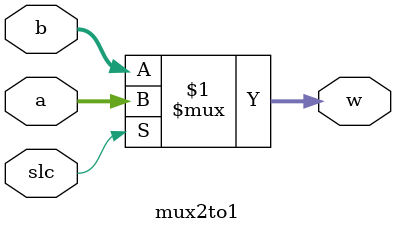
<source format=v>
module mux2to1(slc, a, b, w);
    parameter N = 32;
    
    input slc;
    input [N-1:0] a, b;

    output [N-1:0] w;
    
    assign w = slc ? a : b;

endmodule
</source>
